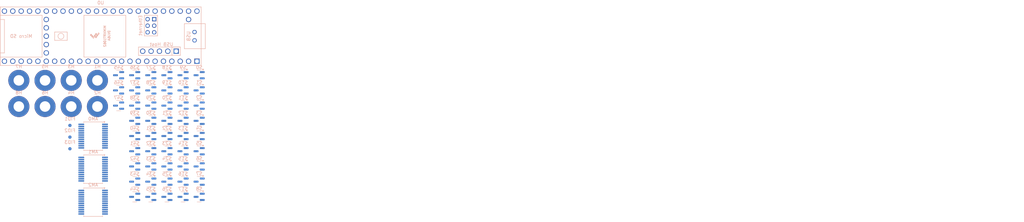
<source format=kicad_pcb>
(kicad_pcb (version 20240108) (generator "pcbnew") (generator_version "8.0")
  (layers (0 "F.Cu" signal) (31 "B.Cu" signal) (34 "B.Paste" user) (35 "F.Paste" user) (36 "B.SilkS" user "B.Silkscreen") (37 "F.SilkS" user "F.Silkscreen") (38 "B.Mask" user) (39 "F.Mask" user) (44 "Edge.Cuts" user))
  (net 0 "")
  (net 1 "AM0:13")
  (net 2 "CONTROL0")
  (net 3 "AM0:12")
  (net 4 "AM0:4")
  (net 5 "AM0:7")
  (net 6 "GND")
  (net 7 "AM0:9")
  (net 8 "AM0")
  (net 9 "AM0:8")
  (net 10 "AM0:6")
  (net 11 "CONTROL2")
  (net 12 "+3.3V")
  (net 13 "CONTROL1")
  (net 14 "AM0:11")
  (net 15 "AM0:10")
  (net 16 "AM0:15")
  (net 17 "AM0:14")
  (net 18 "AM0:1")
  (net 19 "AM0:2")
  (net 20 "CONTROL3")
  (net 21 "AM0:3")
  (net 22 "AM0:5")
  (net 23 "AM0:0")
  (net 24 "AM1:14")
  (net 25 "AM1:10")
  (net 26 "AM1:6")
  (net 27 "AM1:7")
  (net 28 "AM1:11")
  (net 29 "AM1:12")
  (net 30 "AM1:0")
  (net 31 "AM1:1")
  (net 32 "AM1:5")
  (net 33 "AM1:3")
  (net 34 "AM1:4")
  (net 35 "AM1")
  (net 36 "AM1:9")
  (net 37 "AM1:8")
  (net 38 "AM1:13")
  (net 39 "AM1:2")
  (net 40 "AM1:15")
  (net 41 "AM2:11")
  (net 42 "AM2:12")
  (net 43 "AM2:10")
  (net 44 "AM2:14")
  (net 45 "AM2:6")
  (net 46 "AM2:5")
  (net 47 "AM2:4")
  (net 48 "AM2:1")
  (net 49 "AM2:3")
  (net 50 "AM2:2")
  (net 51 "AM2:15")
  (net 52 "AM2:9")
  (net 53 "AM2:13")
  (net 54 "AM2")
  (net 55 "AM2:7")
  (net 56 "AM2:0")
  (net 57 "AM2:8")
  (footprint "lekker:SW_MX_Lekker" (layer "F.Cu") (at 258.92 58)
    (property "Reference" "REF0")
    (property "Value" "SW_MX_Lekker" (hide yes))
    (pad "" np_thru_hole circle (at -5.08 0) (size 1.75 1.75) (drill 1.75) (layers "*.Cu" "*.Mask"))
    (pad "" np_thru_hole circle (at 5.08 0) (size 1.75 1.75) (drill 1.75) (layers "*.Cu" "*.Mask"))
  )
  (footprint "lekker:SW_MX_Lekker" (layer "F.Cu") (at 304.08 92)
    (property "Reference" "REF0")
    (property "Value" "SW_MX_Lekker" (hide yes))
    (pad "" np_thru_hole circle (at -5.08 0) (size 1.75 1.75) (drill 1.75) (layers "*.Cu" "*.Mask"))
    (pad "" np_thru_hole circle (at 5.08 0) (size 1.75 1.75) (drill 1.75) (layers "*.Cu" "*.Mask"))
  )
  (footprint "lekker:SW_MX_Lekker" (layer "F.Cu") (at 288.5 76)
    (property "Reference" "REF0")
    (property "Value" "SW_MX_Lekker" (hide yes))
    (pad "" np_thru_hole circle (at -5.08 0) (size 1.75 1.75) (drill 1.75) (layers "*.Cu" "*.Mask"))
    (pad "" np_thru_hole circle (at 5.08 0) (size 1.75 1.75) (drill 1.75) (layers "*.Cu" "*.Mask"))
  )
  (footprint "lekker:SW_MX_Lekker" (layer "F.Cu") (at 408.08 57.5)
    (property "Reference" "REF0")
    (property "Value" "SW_MX_Lekker" (hide yes))
    (pad "" np_thru_hole circle (at -5.08 0) (size 1.75 1.75) (drill 1.75) (layers "*.Cu" "*.Mask"))
    (pad "" np_thru_hole circle (at 5.08 0) (size 1.75 1.75) (drill 1.75) (layers "*.Cu" "*.Mask"))
  )
  (footprint "lekker:SW_MX_Lekker" (layer "F.Cu") (at 288.5 58)
    (property "Reference" "REF0")
    (property "Value" "SW_MX_Lekker" (hide yes))
    (pad "" np_thru_hole circle (at -5.08 0) (size 1.75 1.75) (drill 1.75) (layers "*.Cu" "*.Mask"))
    (pad "" np_thru_hole circle (at 5.08 0) (size 1.75 1.75) (drill 1.75) (layers "*.Cu" "*.Mask"))
  )
  (footprint "lekker:SW_MX_Lekker" (layer "F.Cu") (at 199.42 58)
    (property "Reference" "REF0")
    (property "Value" "SW_MX_Lekker" (hide yes))
    (pad "" np_thru_hole circle (at -5.08 0) (size 1.75 1.75) (drill 1.75) (layers "*.Cu" "*.Mask"))
    (pad "" np_thru_hole circle (at 5.08 0) (size 1.75 1.75) (drill 1.75) (layers "*.Cu" "*.Mask"))
  )
  (footprint "lekker:SW_MX_Lekker" (layer "F.Cu") (at 244 76)
    (property "Reference" "REF0")
    (property "Value" "SW_MX_Lekker" (hide yes))
    (pad "" np_thru_hole circle (at -5.08 0) (size 1.75 1.75) (drill 1.75) (layers "*.Cu" "*.Mask"))
    (pad "" np_thru_hole circle (at 5.08 0) (size 1.75 1.75) (drill 1.75) (layers "*.Cu" "*.Mask"))
  )
  (footprint "lekker:SW_MX_Lekker" (layer "F.Cu") (at 363.58 92)
    (property "Reference" "REF0")
    (property "Value" "SW_MX_Lekker" (hide yes))
    (pad "" np_thru_hole circle (at -5.08 0) (size 1.75 1.75) (drill 1.75) (layers "*.Cu" "*.Mask"))
    (pad "" np_thru_hole circle (at 5.08 0) (size 1.75 1.75) (drill 1.75) (layers "*.Cu" "*.Mask"))
  )
  (footprint "lekker:SW_MX_Lekker" (layer "F.Cu") (at 393.16 75.5)
    (property "Reference" "REF0")
    (property "Value" "SW_MX_Lekker" (hide yes))
    (pad "" np_thru_hole circle (at -5.08 0) (size 1.75 1.75) (drill 1.75) (layers "*.Cu" "*.Mask"))
    (pad "" np_thru_hole circle (at 5.08 0) (size 1.75 1.75) (drill 1.75) (layers "*.Cu" "*.Mask"))
  )
  (footprint "lekker:SW_MX_Lekker" (layer "F.Cu") (at 408.08 92)
    (property "Reference" "REF0")
    (property "Value" "SW_MX_Lekker" (hide yes))
    (pad "" np_thru_hole circle (at -5.08 0) (size 1.75 1.75) (drill 1.75) (layers "*.Cu" "*.Mask"))
    (pad "" np_thru_hole circle (at 5.08 0) (size 1.75 1.75) (drill 1.75) (layers "*.Cu" "*.Mask"))
  )
  (footprint "lekker:SW_MX_Lekker" (layer "F.Cu") (at 229 76)
    (property "Reference" "REF0")
    (property "Value" "SW_MX_Lekker" (hide yes))
    (pad "" np_thru_hole circle (at -5.08 0) (size 1.75 1.75) (drill 1.75) (layers "*.Cu" "*.Mask"))
    (pad "" np_thru_hole circle (at 5.08 0) (size 1.75 1.75) (drill 1.75) (layers "*.Cu" "*.Mask"))
  )
  (footprint "lekker:SW_MX_Lekker" (layer "F.Cu") (at 363.58 57.5)
    (property "Reference" "REF0")
    (property "Value" "SW_MX_Lekker" (hide yes))
    (pad "" np_thru_hole circle (at -5.08 0) (size 1.75 1.75) (drill 1.75) (layers "*.Cu" "*.Mask"))
    (pad "" np_thru_hole circle (at 5.08 0) (size 1.75 1.75) (drill 1.75) (layers "*.Cu" "*.Mask"))
  )
  (footprint "lekker:SW_MX_Lekker" (layer "F.Cu") (at 319 75.5)
    (property "Reference" "REF0")
    (property "Value" "SW_MX_Lekker" (hide yes))
    (pad "" np_thru_hole circle (at -5.08 0) (size 1.75 1.75) (drill 1.75) (layers "*.Cu" "*.Mask"))
    (pad "" np_thru_hole circle (at 5.08 0) (size 1.75 1.75) (drill 1.75) (layers "*.Cu" "*.Mask"))
  )
  (footprint "lekker:SW_MX_Lekker" (layer "F.Cu") (at 363.58 75.5)
    (property "Reference" "REF0")
    (property "Value" "SW_MX_Lekker" (hide yes))
    (pad "" np_thru_hole circle (at -5.08 0) (size 1.75 1.75) (drill 1.75) (layers "*.Cu" "*.Mask"))
    (pad "" np_thru_hole circle (at 5.08 0) (size 1.75 1.75) (drill 1.75) (layers "*.Cu" "*.Mask"))
  )
  (footprint "lekker:SW_MX_Lekker" (layer "F.Cu") (at 244 92.5)
    (property "Reference" "REF0")
    (property "Value" "SW_MX_Lekker" (hide yes))
    (pad "" np_thru_hole circle (at -5.08 0) (size 1.75 1.75) (drill 1.75) (layers "*.Cu" "*.Mask"))
    (pad "" np_thru_hole circle (at 5.08 0) (size 1.75 1.75) (drill 1.75) (layers "*.Cu" "*.Mask"))
  )
  (footprint "lekker:SW_MX_Lekker" (layer "F.Cu") (at 244 58)
    (property "Reference" "REF0")
    (property "Value" "SW_MX_Lekker" (hide yes))
    (pad "" np_thru_hole circle (at -5.08 0) (size 1.75 1.75) (drill 1.75) (layers "*.Cu" "*.Mask"))
    (pad "" np_thru_hole circle (at 5.08 0) (size 1.75 1.75) (drill 1.75) (layers "*.Cu" "*.Mask"))
  )
  (footprint "lekker:SW_MX_Lekker" (layer "F.Cu") (at 214.08 58)
    (property "Reference" "REF0")
    (property "Value" "SW_MX_Lekker" (hide yes))
    (pad "" np_thru_hole circle (at -5.08 0) (size 1.75 1.75) (drill 1.75) (layers "*.Cu" "*.Mask"))
    (pad "" np_thru_hole circle (at 5.08 0) (size 1.75 1.75) (drill 1.75) (layers "*.Cu" "*.Mask"))
  )
  (footprint "lekker:SW_MX_Lekker" (layer "F.Cu") (at 378.5 57.5)
    (property "Reference" "REF0")
    (property "Value" "SW_MX_Lekker" (hide yes))
    (pad "" np_thru_hole circle (at -5.08 0) (size 1.75 1.75) (drill 1.75) (layers "*.Cu" "*.Mask"))
    (pad "" np_thru_hole circle (at 5.08 0) (size 1.75 1.75) (drill 1.75) (layers "*.Cu" "*.Mask"))
  )
  (footprint "lekker:SW_MX_Lekker" (layer "F.Cu") (at 333.66 57.5)
    (property "Reference" "REF0")
    (property "Value" "SW_MX_Lekker" (hide yes))
    (pad "" np_thru_hole circle (at -5.08 0) (size 1.75 1.75) (drill 1.75) (layers "*.Cu" "*.Mask"))
    (pad "" np_thru_hole circle (at 5.08 0) (size 1.75 1.75) (drill 1.75) (layers "*.Cu" "*.Mask"))
  )
  (footprint "lekker:SW_MX_Lekker" (layer "F.Cu") (at 319 57.5)
    (property "Reference" "REF0")
    (property "Value" "SW_MX_Lekker" (hide yes))
    (pad "" np_thru_hole circle (at -5.08 0) (size 1.75 1.75) (drill 1.75) (layers "*.Cu" "*.Mask"))
    (pad "" np_thru_hole circle (at 5.08 0) (size 1.75 1.75) (drill 1.75) (layers "*.Cu" "*.Mask"))
  )
  (footprint "lekker:SW_MX_Lekker" (layer "F.Cu") (at 319 92)
    (property "Reference" "REF0")
    (property "Value" "SW_MX_Lekker" (hide yes))
    (pad "" np_thru_hole circle (at -5.08 0) (size 1.75 1.75) (drill 1.75) (layers "*.Cu" "*.Mask"))
    (pad "" np_thru_hole circle (at 5.08 0) (size 1.75 1.75) (drill 1.75) (layers "*.Cu" "*.Mask"))
  )
  (footprint "lekker:SW_MX_Lekker" (layer "F.Cu") (at 378.5 75.5)
    (property "Reference" "REF0")
    (property "Value" "SW_MX_Lekker" (hide yes))
    (pad "" np_thru_hole circle (at -5.08 0) (size 1.75 1.75) (drill 1.75) (layers "*.Cu" "*.Mask"))
    (pad "" np_thru_hole circle (at 5.08 0) (size 1.75 1.75) (drill 1.75) (layers "*.Cu" "*.Mask"))
  )
  (footprint "lekker:SW_MX_Lekker" (layer "F.Cu") (at 273.58 76)
    (property "Reference" "REF0")
    (property "Value" "SW_MX_Lekker" (hide yes))
    (pad "" np_thru_hole circle (at -5.08 0) (size 1.75 1.75) (drill 1.75) (layers "*.Cu" "*.Mask"))
    (pad "" np_thru_hole circle (at 5.08 0) (size 1.75 1.75) (drill 1.75) (layers "*.Cu" "*.Mask"))
  )
  (footprint "lekker:SW_MX_Lekker" (layer "F.Cu") (at 258.92 92.5)
    (property "Reference" "REF0")
    (property "Value" "SW_MX_Lekker" (hide yes))
    (pad "" np_thru_hole circle (at -5.08 0) (size 1.75 1.75) (drill 1.75) (layers "*.Cu" "*.Mask"))
    (pad "" np_thru_hole circle (at 5.08 0) (size 1.75 1.75) (drill 1.75) (layers "*.Cu" "*.Mask"))
  )
  (footprint "lekker:SW_MX_Lekker" (layer "F.Cu") (at 184.5 58)
    (property "Reference" "REF0")
    (property "Value" "SW_MX_Lekker" (hide yes))
    (pad "" np_thru_hole circle (at -5.08 0) (size 1.75 1.75) (drill 1.75) (layers "*.Cu" "*.Mask"))
    (pad "" np_thru_hole circle (at 5.08 0) (size 1.75 1.75) (drill 1.75) (layers "*.Cu" "*.Mask"))
  )
  (footprint "lekker:SW_MX_Lekker" (layer "F.Cu") (at 229 92.5)
    (property "Reference" "REF0")
    (property "Value" "SW_MX_Lekker" (hide yes))
    (pad "" np_thru_hole circle (at -5.08 0) (size 1.75 1.75) (drill 1.75) (layers "*.Cu" "*.Mask"))
    (pad "" np_thru_hole circle (at 5.08 0) (size 1.75 1.75) (drill 1.75) (layers "*.Cu" "*.Mask"))
  )
  (footprint "lekker:SW_MX_Lekker" (layer "F.Cu") (at 273.58 58)
    (property "Reference" "REF0")
    (property "Value" "SW_MX_Lekker" (hide yes))
    (pad "" np_thru_hole circle (at -5.08 0) (size 1.75 1.75) (drill 1.75) (layers "*.Cu" "*.Mask"))
    (pad "" np_thru_hole circle (at 5.08 0) (size 1.75 1.75) (drill 1.75) (layers "*.Cu" "*.Mask"))
  )
  (footprint "lekker:SW_MX_Lekker" (layer "F.Cu") (at 258.92 76)
    (property "Reference" "REF0")
    (property "Value" "SW_MX_Lekker" (hide yes))
    (pad "" np_thru_hole circle (at -5.08 0) (size 1.75 1.75) (drill 1.75) (layers "*.Cu" "*.Mask"))
    (pad "" np_thru_hole circle (at 5.08 0) (size 1.75 1.75) (drill 1.75) (layers "*.Cu" "*.Mask"))
  )
  (footprint "lekker:SW_MX_Lekker" (layer "F.Cu") (at 199.42 76)
    (property "Reference" "REF0")
    (property "Value" "SW_MX_Lekker" (hide yes))
    (pad "" np_thru_hole circle (at -5.08 0) (size 1.75 1.75) (drill 1.75) (layers "*.Cu" "*.Mask"))
    (pad "" np_thru_hole circle (at 5.08 0) (size 1.75 1.75) (drill 1.75) (layers "*.Cu" "*.Mask"))
  )
  (footprint "lekker:SW_MX_Lekker" (layer "F.Cu") (at 199.42 92.5)
    (property "Reference" "REF0")
    (property "Value" "SW_MX_Lekker" (hide yes))
    (pad "" np_thru_hole circle (at -5.08 0) (size 1.75 1.75) (drill 1.75) (layers "*.Cu" "*.Mask"))
    (pad "" np_thru_hole circle (at 5.08 0) (size 1.75 1.75) (drill 1.75) (layers "*.Cu" "*.Mask"))
  )
  (footprint "lekker:SW_MX_Lekker" (layer "F.Cu") (at 184.5 92.5)
    (property "Reference" "REF0")
    (property "Value" "SW_MX_Lekker" (hide yes))
    (pad "" np_thru_hole circle (at -5.08 0) (size 1.75 1.75) (drill 1.75) (layers "*.Cu" "*.Mask"))
    (pad "" np_thru_hole circle (at 5.08 0) (size 1.75 1.75) (drill 1.75) (layers "*.Cu" "*.Mask"))
  )
  (footprint "lekker:SW_MX_Lekker" (layer "F.Cu") (at 408.08 75.5)
    (property "Reference" "REF0")
    (property "Value" "SW_MX_Lekker" (hide yes))
    (pad "" np_thru_hole circle (at -5.08 0) (size 1.75 1.75) (drill 1.75) (layers "*.Cu" "*.Mask"))
    (pad "" np_thru_hole circle (at 5.08 0) (size 1.75 1.75) (drill 1.75) (layers "*.Cu" "*.Mask"))
  )
  (footprint "lekker:SW_MX_Lekker" (layer "F.Cu") (at 333.66 75.5)
    (property "Reference" "REF0")
    (property "Value" "SW_MX_Lekker" (hide yes))
    (pad "" np_thru_hole circle (at -5.08 0) (size 1.75 1.75) (drill 1.75) (layers "*.Cu" "*.Mask"))
    (pad "" np_thru_hole circle (at 5.08 0) (size 1.75 1.75) (drill 1.75) (layers "*.Cu" "*.Mask"))
  )
  (footprint "lekker:SW_MX_Lekker" (layer "F.Cu") (at 333.66 92)
    (property "Reference" "REF0")
    (property "Value" "SW_MX_Lekker" (hide yes))
    (pad "" np_thru_hole circle (at -5.08 0) (size 1.75 1.75) (drill 1.75) (layers "*.Cu" "*.Mask"))
    (pad "" np_thru_hole circle (at 5.08 0) (size 1.75 1.75) (drill 1.75) (layers "*.Cu" "*.Mask"))
  )
  (footprint "lekker:SW_MX_Lekker" (layer "F.Cu") (at 378.5 92)
    (property "Reference" "REF0")
    (property "Value" "SW_MX_Lekker" (hide yes))
    (pad "" np_thru_hole circle (at -5.08 0) (size 1.75 1.75) (drill 1.75) (layers "*.Cu" "*.Mask"))
    (pad "" np_thru_hole circle (at 5.08 0) (size 1.75 1.75) (drill 1.75) (layers "*.Cu" "*.Mask"))
  )
  (footprint "lekker:SW_MX_Lekker" (layer "F.Cu") (at 304.08 75.5)
    (property "Reference" "REF0")
    (property "Value" "SW_MX_Lekker" (hide yes))
    (pad "" np_thru_hole circle (at -5.08 0) (size 1.75 1.75) (drill 1.75) (layers "*.Cu" "*.Mask"))
    (pad "" np_thru_hole circle (at 5.08 0) (size 1.75 1.75) (drill 1.75) (layers "*.Cu" "*.Mask"))
  )
  (footprint "lekker:SW_MX_Lekker" (layer "F.Cu") (at 304.08 57.5)
    (property "Reference" "REF0")
    (property "Value" "SW_MX_Lekker" (hide yes))
    (pad "" np_thru_hole circle (at -5.08 0) (size 1.75 1.75) (drill 1.75) (layers "*.Cu" "*.Mask"))
    (pad "" np_thru_hole circle (at 5.08 0) (size 1.75 1.75) (drill 1.75) (layers "*.Cu" "*.Mask"))
  )
  (footprint "lekker:SW_MX_Lekker" (layer "F.Cu") (at 393.16 57.5)
    (property "Reference" "REF0")
    (property "Value" "SW_MX_Lekker" (hide yes))
    (pad "" np_thru_hole circle (at -5.08 0) (size 1.75 1.75) (drill 1.75) (layers "*.Cu" "*.Mask"))
    (pad "" np_thru_hole circle (at 5.08 0) (size 1.75 1.75) (drill 1.75) (layers "*.Cu" "*.Mask"))
  )
  (footprint "lekker:SW_MX_Lekker" (layer "F.Cu") (at 229 58)
    (property "Reference" "REF0")
    (property "Value" "SW_MX_Lekker" (hide yes))
    (pad "" np_thru_hole circle (at -5.08 0) (size 1.75 1.75) (drill 1.75) (layers "*.Cu" "*.Mask"))
    (pad "" np_thru_hole circle (at 5.08 0) (size 1.75 1.75) (drill 1.75) (layers "*.Cu" "*.Mask"))
  )
  (footprint "lekker:SW_MX_Lekker" (layer "F.Cu") (at 348.58 92)
    (property "Reference" "REF0")
    (property "Value" "SW_MX_Lekker" (hide yes))
    (pad "" np_thru_hole circle (at -5.08 0) (size 1.75 1.75) (drill 1.75) (layers "*.Cu" "*.Mask"))
    (pad "" np_thru_hole circle (at 5.08 0) (size 1.75 1.75) (drill 1.75) (layers "*.Cu" "*.Mask"))
  )
  (footprint "lekker:SW_MX_Lekker" (layer "F.Cu") (at 348.58 57.5)
    (property "Reference" "REF0")
    (property "Value" "SW_MX_Lekker" (hide yes))
    (pad "" np_thru_hole circle (at -5.08 0) (size 1.75 1.75) (drill 1.75) (layers "*.Cu" "*.Mask"))
    (pad "" np_thru_hole circle (at 5.08 0) (size 1.75 1.75) (drill 1.75) (layers "*.Cu" "*.Mask"))
  )
  (footprint "lekker:SW_MX_Lekker" (layer "F.Cu") (at 393.16 92)
    (property "Reference" "REF0")
    (property "Value" "SW_MX_Lekker" (hide yes))
    (pad "" np_thru_hole circle (at -5.08 0) (size 1.75 1.75) (drill 1.75) (layers "*.Cu" "*.Mask"))
    (pad "" np_thru_hole circle (at 5.08 0) (size 1.75 1.75) (drill 1.75) (layers "*.Cu" "*.Mask"))
  )
  (footprint "lekker:SW_MX_Lekker" (layer "F.Cu") (at 288.5 92.5)
    (property "Reference" "REF0")
    (property "Value" "SW_MX_Lekker" (hide yes))
    (pad "" np_thru_hole circle (at -5.08 0) (size 1.75 1.75) (drill 1.75) (layers "*.Cu" "*.Mask"))
    (pad "" np_thru_hole circle (at 5.08 0) (size 1.75 1.75) (drill 1.75) (layers "*.Cu" "*.Mask"))
  )
  (footprint "lekker:SW_MX_Lekker" (layer "F.Cu") (at 184.5 76)
    (property "Reference" "REF0")
    (property "Value" "SW_MX_Lekker" (hide yes))
    (pad "" np_thru_hole circle (at -5.08 0) (size 1.75 1.75) (drill 1.75) (layers "*.Cu" "*.Mask"))
    (pad "" np_thru_hole circle (at 5.08 0) (size 1.75 1.75) (drill 1.75) (layers "*.Cu" "*.Mask"))
  )
  (footprint "lekker:SW_MX_Lekker" (layer "F.Cu") (at 348.58 75.5)
    (property "Reference" "REF0")
    (property "Value" "SW_MX_Lekker" (hide yes))
    (pad "" np_thru_hole circle (at -5.08 0) (size 1.75 1.75) (drill 1.75) (layers "*.Cu" "*.Mask"))
    (pad "" np_thru_hole circle (at 5.08 0) (size 1.75 1.75) (drill 1.75) (layers "*.Cu" "*.Mask"))
  )
  (footprint "lekker:SW_MX_Lekker" (layer "F.Cu") (at 214.08 92.5)
    (property "Reference" "REF0")
    (property "Value" "SW_MX_Lekker" (hide yes))
    (pad "" np_thru_hole circle (at -5.08 0) (size 1.75 1.75) (drill 1.75) (layers "*.Cu" "*.Mask"))
    (pad "" np_thru_hole circle (at 5.08 0) (size 1.75 1.75) (drill 1.75) (layers "*.Cu" "*.Mask"))
  )
  (footprint "lekker:SW_MX_Lekker" (layer "F.Cu") (at 273.58 92.5)
    (property "Reference" "REF0")
    (property "Value" "SW_MX_Lekker" (hide yes))
    (pad "" np_thru_hole circle (at -5.08 0) (size 1.75 1.75) (drill 1.75) (layers "*.Cu" "*.Mask"))
    (pad "" np_thru_hole circle (at 5.08 0) (size 1.75 1.75) (drill 1.75) (layers "*.Cu" "*.Mask"))
  )
  (footprint "lekker:SW_MX_Lekker" (layer "F.Cu") (at 214.08 76)
    (property "Reference" "REF0")
    (property "Value" "SW_MX_Lekker" (hide yes))
    (pad "" np_thru_hole circle (at -5.08 0) (size 1.75 1.75) (drill 1.75) (layers "*.Cu" "*.Mask"))
    (pad "" np_thru_hole circle (at 5.08 0) (size 1.75 1.75) (drill 1.75) (layers "*.Cu" "*.Mask"))
  )
  (footprint "Package_TO_SOT_SMD:SOT-23" (layer "B.Cu") (at 150.12167 94.85 180)
    (property "Reference" "S34" (at 0 2.4 0) (layer "B.SilkS") (effects (justify mirror)))
    (property "Value" "Hall_Sensor")
    (pad "1" smd roundrect (at -0.9375 0.95 180) (size 1.475 0.6) (layers "B.Cu" "B.Paste" "B.Mask") (net 12 "+3.3V"))
    (pad "2" smd roundrect (at -0.9375 -0.95 180) (size 1.475 0.6) (layers "B.Cu" "B.Paste" "B.Mask") (net 50 "AM2:2"))
    (pad "3" smd roundrect (at 0.9375 0 180) (size 1.475 0.6) (layers "B.Cu" "B.Paste" "B.Mask") (net 6 "GND"))
  )
  (footprint "Package_TO_SOT_SMD:SOT-23" (layer "B.Cu") (at 155.01167 80.975 180)
    (property "Reference" "S22" (at 0 2.4 0) (layer "B.SilkS") (effects (justify mirror)))
    (property "Value" "Hall_Sensor")
    (pad "1" smd roundrect (at -0.9375 0.95 180) (size 1.475 0.6) (layers "B.Cu" "B.Paste" "B.Mask") (net 12 "+3.3V"))
    (pad "2" smd roundrect (at -0.9375 -0.95 180) (size 1.475 0.6) (layers "B.Cu" "B.Paste" "B.Mask") (net 26 "AM1:6"))
    (pad "3" smd roundrect (at 0.9375 0 180) (size 1.475 0.6) (layers "B.Cu" "B.Paste" "B.Mask") (net 6 "GND"))
  )
  (footprint "Package_TO_SOT_SMD:SOT-23" (layer "B.Cu") (at 155.01167 85.6 180)
    (property "Reference" "S23" (at 0 2.4 0) (layer "B.SilkS") (effects (justify mirror)))
    (property "Value" "Hall_Sensor")
    (pad "1" smd roundrect (at -0.9375 0.95 180) (size 1.475 0.6) (layers "B.Cu" "B.Paste" "B.Mask") (net 12 "+3.3V"))
    (pad "2" smd roundrect (at -0.9375 -0.95 180) (size 1.475 0.6) (layers "B.Cu" "B.Paste" "B.Mask") (net 27 "AM1:7"))
    (pad "3" smd roundrect (at 0.9375 0 180) (size 1.475 0.6) (layers "B.Cu" "B.Paste" "B.Mask") (net 6 "GND"))
  )
  (footprint "Package_TO_SOT_SMD:SOT-23" (layer "B.Cu") (at 150.12167 80.975 180)
    (property "Reference" "S31" (at 0 2.4 0) (layer "B.SilkS") (effects (justify mirror)))
    (property "Value" "Hall_Sensor")
    (pad "1" smd roundrect (at -0.9375 0.95 180) (size 1.475 0.6) (layers "B.Cu" "B.Paste" "B.Mask") (net 12 "+3.3V"))
    (pad "2" smd roundrect (at -0.9375 -0.95 180) (size 1.475 0.6) (layers "B.Cu" "B.Paste" "B.Mask") (net 40 "AM1:15"))
    (pad "3" smd roundrect (at 0.9375 0 180) (size 1.475 0.6) (layers "B.Cu" "B.Paste" "B.Mask") (net 6 "GND"))
  )
  (footprint "Package_TO_SOT_SMD:SOT-23" (layer "B.Cu") (at 145.23167 67.1 180)
    (property "Reference" "S37" (at 0 2.4 0) (layer "B.SilkS") (effects (justify mirror)))
    (property "Value" "Hall_Sensor")
    (pad "1" smd roundrect (at -0.9375 0.95 180) (size 1.475 0.6) (layers "B.Cu" "B.Paste" "B.Mask") (net 12 "+3.3V"))
    (pad "2" smd roundrect (at -0.9375 -0.95 180) (size 1.475 0.6) (layers "B.Cu" "B.Paste" "B.Mask") (net 46 "AM2:5"))
    (pad "3" smd roundrect (at 0.9375 0 180) (size 1.475 0.6) (layers "B.Cu" "B.Paste" "B.Mask") (net 6 "GND"))
  )
  (footprint "Package_TO_SOT_SMD:SOT-23" (layer "B.Cu") (at 145.23167 85.6 180)
    (property "Reference" "S41" (at 0 2.4 0) (layer "B.SilkS") (effects (justify mirror)))
    (property "Value" "Hall_Sensor")
    (pad "1" smd roundrect (at -0.9375 0.95 180) (size 1.475 0.6) (layers "B.Cu" "B.Paste" "B.Mask") (net 12 "+3.3V"))
    (pad "2" smd roundrect (at -0.9375 -0.95 180) (size 1.475 0.6) (layers "B.Cu" "B.Paste" "B.Mask") (net 52 "AM2:9"))
    (pad "3" smd roundrect (at 0.9375 0 180) (size 1.475 0.6) (layers "B.Cu" "B.Paste" "B.Mask") (net 6 "GND"))
  )
  (footprint "Package_SO:SSOP-24_5.3x8.2mm_P0.65mm" (layer "B.Cu") (at 132.62167 101.1 180)
    (property "Reference" "AM2" (at 0 5.25 0) (layer "B.SilkS") (effects (justify mirror)))
    (property "Value" "CD74HC4067SM")
    (pad "1" smd rect (at -3.6 3.575 180) (size 1.75 0.45) (layers "B.Cu" "B.Paste" "B.Mask") (net 54 "AM2"))
    (pad "2" smd rect (at -3.6 2.925 180) (size 1.75 0.45) (layers "B.Cu" "B.Paste" "B.Mask") (net 55 "AM2:7"))
    (pad "3" smd rect (at -3.6 2.275 180) (size 1.75 0.45) (layers "B.Cu" "B.Paste" "B.Mask") (net 45 "AM2:6"))
    (pad "4" smd rect (at -3.6 1.625 180) (size 1.75 0.45) (layers "B.Cu" "B.Paste" "B.Mask") (net 46 "AM2:5"))
    (pad "5" smd rect (at -3.6 0.975 180) (size 1.75 0.45) (layers "B.Cu" "B.Paste" "B.Mask") (net 47 "AM2:4"))
    (pad "6" smd rect (at -3.6 0.325 180) (size 1.75 0.45) (layers "B.Cu" "B.Paste" "B.Mask") (net 49 "AM2:3"))
    (pad "7" smd rect (at -3.6 -0.325 180) (size 1.75 0.45) (layers "B.Cu" "B.Paste" "B.Mask") (net 50 "AM2:2"))
    (pad "8" smd rect (at -3.6 -0.975 180) (size 1.75 0.45) (layers "B.Cu" "B.Paste" "B.Mask") (net 48 "AM2:1"))
    (pad "9" smd rect (at -3.6 -1.625 180) (size 1.75 0.45) (layers "B.Cu" "B.Paste" "B.Mask") (net 56 "AM2:0"))
    (pad "10" smd rect (at -3.6 -2.275 180) (size 1.75 0.45) (layers "B.Cu" "B.Paste" "B.Mask") (net 2 "CONTROL0"))
    (pad "11" smd rect (at -3.6 -2.925 180) (size 1.75 0.45) (layers "B.Cu" "B.Paste" "B.Mask") (net 13 "CONTROL1"))
    (pad "12" smd rect (at -3.6 -3.575 180) (size 1.75 0.45) (layers "B.Cu" "B.Paste" "B.Mask") (net 6 "GND"))
    (pad "13" smd rect (at 3.6 -3.575 180) (size 1.75 0.45) (layers "B.Cu" "B.Paste" "B.Mask") (net 20 "CONTROL3"))
    (pad "14" smd rect (at 3.6 -2.925 180) (size 1.75 0.45) (layers "B.Cu" "B.Paste" "B.Mask") (net 11 "CONTROL2"))
    (pad "15" smd rect (at 3.6 -2.275 180) (size 1.75 0.45) (layers "B.Cu" "B.Paste" "B.Mask") (net 6 "GND"))
    (pad "16" smd rect (at 3.6 -1.625 180) (size 1.75 0.45) (layers "B.Cu" "B.Paste" "B.Mask") (net 51 "AM2:15"))
    (pad "17" smd rect (at 3.6 -0.975 180) (size 1.75 0.45) (layers "B.Cu" "B.Paste" "B.Mask") (net 44 "AM2:14"))
    (pad "18" smd rect (at 3.6 -0.325 180) (size 1.75 0.45) (layers "B.Cu" "B.Paste" "B.Mask") (net 53 "AM2:13"))
    (pad "19" smd rect (at 3.6 0.325 180) (size 1.75 0.45) (layers "B.Cu" "B.Paste" "B.Mask") (net 42 "AM2:12"))
    (pad "20" smd rect (at 3.6 0.975 180) (size 1.75 0.45) (layers "B.Cu" "B.Paste" "B.Mask") (net 41 "AM2:11"))
    (pad "21" smd rect (at 3.6 1.625 180) (size 1.75 0.45) (layers "B.Cu" "B.Paste" "B.Mask") (net 43 "AM2:10"))
    (pad "22" smd rect (at 3.6 2.275 180) (size 1.75 0.45) (layers "B.Cu" "B.Paste" "B.Mask") (net 52 "AM2:9"))
    (pad "23" smd rect (at 3.6 2.925 180) (size 1.75 0.45) (layers "B.Cu" "B.Paste" "B.Mask") (net 57 "AM2:8"))
    (pad "24" smd rect (at 3.6 3.575 180) (size 1.75 0.45) (layers "B.Cu" "B.Paste" "B.Mask") (net 12 "+3.3V"))
  )
  (footprint "Package_TO_SOT_SMD:SOT-23" (layer "B.Cu") (at 145.23167 99.475 180)
    (property "Reference" "S44" (at 0 2.4 0) (layer "B.SilkS") (effects (justify mirror)))
    (property "Value" "Hall_Sensor")
    (pad "1" smd roundrect (at -0.9375 0.95 180) (size 1.475 0.6) (layers "B.Cu" "B.Paste" "B.Mask") (net 12 "+3.3V"))
    (pad "2" smd roundrect (at -0.9375 -0.95 180) (size 1.475 0.6) (layers "B.Cu" "B.Paste" "B.Mask") (net 42 "AM2:12"))
    (pad "3" smd roundrect (at 0.9375 0 180) (size 1.475 0.6) (layers "B.Cu" "B.Paste" "B.Mask") (net 6 "GND"))
  )
  (footprint "Package_TO_SOT_SMD:SOT-23" (layer "B.Cu") (at 150.12167 76.35 180)
    (property "Reference" "S30" (at 0 2.4 0) (layer "B.SilkS") (effects (justify mirror)))
    (property "Value" "Hall_Sensor")
    (pad "1" smd roundrect (at -0.9375 0.95 180) (size 1.475 0.6) (layers "B.Cu" "B.Paste" "B.Mask") (net 12 "+3.3V"))
    (pad "2" smd roundrect (at -0.9375 -0.95 180) (size 1.475 0.6) (layers "B.Cu" "B.Paste" "B.Mask") (net 24 "AM1:14"))
    (pad "3" smd roundrect (at 0.9375 0 180) (size 1.475 0.6) (layers "B.Cu" "B.Paste" "B.Mask") (net 6 "GND"))
  )
  (footprint "Package_SO:SSOP-24_5.3x8.2mm_P0.65mm" (layer "B.Cu") (at 132.62167 81 180)
    (property "Reference" "AM0" (at 0 5.25 0) (layer "B.SilkS") (effects (justify mirror)))
    (property "Value" "CD74HC4067SM")
    (pad "1" smd rect (at -3.6 3.575 180) (size 1.75 0.45) (layers "B.Cu" "B.Paste" "B.Mask") (net 8 "AM0"))
    (pad "2" smd rect (at -3.6 2.925 180) (size 1.75 0.45) (layers "B.Cu" "B.Paste" "B.Mask") (net 5 "AM0:7"))
    (pad "3" smd rect (at -3.6 2.275 180) (size 1.75 0.45) (layers "B.Cu" "B.Paste" "B.Mask") (net 10 "AM0:6"))
    (pad "4" smd rect (at -3.6 1.625 180) (size 1.75 0.45) (layers "B.Cu" "B.Paste" "B.Mask") (net 22 "AM0:5"))
    (pad "5" smd rect (at -3.6 0.975 180) (size 1.75 0.45) (layers "B.Cu" "B.Paste" "B.Mask") (net 4 "AM0:4"))
    (pad "6" smd rect (at -3.6 0.325 180) (size 1.75 0.45) (layers "B.Cu" "B.Paste" "B.Mask") (net 21 "AM0:3"))
    (pad "7" smd rect (at -3.6 -0.325 180) (size 1.75 0.45) (layers "B.Cu" "B.Paste" "B.Mask") (net 19 "AM0:2"))
    (pad "8" smd rect (at -3.6 -0.975 180) (size 1.75 0.45) (layers "B.Cu" "B.Paste" "B.Mask") (net 18 "AM0:1"))
    (pad "9" smd rect (at -3.6 -1.625 180) (size 1.75 0.45) (layers "B.Cu" "B.Paste" "B.Mask") (net 23 "AM0:0"))
    (pad "10" smd rect (at -3.6 -2.275 180) (size 1.75 0.45) (layers "B.Cu" "B.Paste" "B.Mask") (net 2 "CONTROL0"))
    (pad "11" smd rect (at -3.6 -2.925 180) (size 1.75 0.45) (layers "B.Cu" "B.Paste" "B.Mask") (net 13 "CONTROL1"))
    (pad "12" smd rect (at -3.6 -3.575 180) (size 1.75 0.45) (layers "B.Cu" "B.Paste" "B.Mask") (net 6 "GND"))
    (pad "13" smd rect (at 3.6 -3.575 180) (size 1.75 0.45) (layers "B.Cu" "B.Paste" "B.Mask") (net 20 "CONTROL3"))
    (pad "14" smd rect (at 3.6 -2.925 180) (size 1.75 0.45) (layers "B.Cu" "B.Paste" "B.Mask") (net 11 "CONTROL2"))
    (pad "15" smd rect (at 3.6 -2.275 180) (size 1.75 0.45) (layers "B.Cu" "B.Paste" "B.Mask") (net 6 "GND"))
    (pad "16" smd rect (at 3.6 -1.625 180) (size 1.75 0.45) (layers "B.Cu" "B.Paste" "B.Mask") (net 16 "AM0:15"))
    (pad "17" smd rect (at 3.6 -0.975 180) (size 1.75 0.45) (layers "B.Cu" "B.Paste" "B.Mask") (net 17 "AM0:14"))
    (pad "18" smd rect (at 3.6 -0.325 180) (size 1.75 0.45) (layers "B.Cu" "B.Paste" "B.Mask") (net 1 "AM0:13"))
    (pad "19" smd rect (at 3.6 0.325 180) (size 1.75 0.45) (layers "B.Cu" "B.Paste" "B.Mask") (net 3 "AM0:12"))
    (pad "20" smd rect (at 3.6 0.975 180) (size 1.75 0.45) (layers "B.Cu" "B.Paste" "B.Mask") (net 14 "AM0:11"))
    (pad "21" smd rect (at 3.6 1.625 180) (size 1.75 0.45) (layers "B.Cu" "B.Paste" "B.Mask") (net 15 "AM0:10"))
    (pad "22" smd rect (at 3.6 2.275 180) (size 1.75 0.45) (layers "B.Cu" "B.Paste" "B.Mask") (net 7 "AM0:9"))
    (pad "23" smd rect (at 3.6 2.925 180) (size 1.75 0.45) (layers "B.Cu" "B.Paste" "B.Mask") (net 9 "AM0:8"))
    (pad "24" smd rect (at 3.6 3.575 180) (size 1.75 0.45) (layers "B.Cu" "B.Paste" "B.Mask") (net 12 "+3.3V"))
  )
  (footprint "Package_TO_SOT_SMD:SOT-23" (layer "B.Cu") (at 150.12167 67.1 180)
    (property "Reference" "S28" (at 0 2.4 0) (layer "B.SilkS") (effects (justify mirror)))
    (property "Value" "Hall_Sensor")
    (pad "1" smd roundrect (at -0.9375 0.95 180) (size 1.475 0.6) (layers "B.Cu" "B.Paste" "B.Mask") (net 12 "+3.3V"))
    (pad "2" smd roundrect (at -0.9375 -0.95 180) (size 1.475 0.6) (layers "B.Cu" "B.Paste" "B.Mask") (net 29 "AM1:12"))
    (pad "3" smd roundrect (at 0.9375 0 180) (size 1.475 0.6) (layers "B.Cu" "B.Paste" "B.Mask") (net 6 "GND"))
  )
  (footprint "teensy:Teensy41" (layer "B.Cu") (at 134.91167 50.61 180)
    (property "Reference" "U0" (at 0 10.16 0) (layer "B.SilkS") (effects (justify mirror)))
    (property "Value" "Teensy4.1")
    (fp_text user "Ethernet" (at -12.065 3.2766 90) (layer "B.SilkS") (effects (justify mirror)))
    (fp_text user "DVJ6A" (at -2.54 0.18 90) (layer "B.SilkS") (effects (font (size 0.7 0.7)) (justify mirror)))
    (fp_text user "USB" (at -26.67 0 90) (layer "B.SilkS") (effects (justify mirror)))
    (fp_text user "USB Host" (at -18.4658 -2.4892 0) (layer "B.SilkS") (effects (justify mirror)))
    (fp_text user "Micro SD" (at 24.13 0 0) (layer "B.SilkS") (effects (justify mirror)))
    (fp_text user "MIMXRT1062" (at -1.27 0 90) (layer "B.SilkS") (effects (font (size 0.7 0.7)) (justify mirror)))
    (pad "1" thru_hole rect (at -29.21 -7.62 180) (size 1.6 1.6) (drill 1.1) (layers "*.Cu" "*.Mask"))
    (pad "2" thru_hole circle (at -26.67 -7.62 180) (size 1.6 1.6) (drill 1.1) (layers "*.Cu" "*.Mask"))
    (pad "3" thru_hole circle (at -24.13 -7.62 180) (size 1.6 1.6) (drill 1.1) (layers "*.Cu" "*.Mask"))
    (pad "4" thru_hole circle (at -21.59 -7.62 180) (size 1.6 1.6) (drill 1.1) (layers "*.Cu" "*.Mask") (net 2 "CONTROL0"))
    (pad "5" thru_hole circle (at -19.05 -7.62 180) (size 1.6 1.6) (drill 1.1) (layers "*.Cu" "*.Mask") (net 13 "CONTROL1"))
    (pad "6" thru_hole circle (at -16.51 -7.62 180) (size 1.6 1.6) (drill 1.1) (layers "*.Cu" "*.Mask") (net 11 "CONTROL2"))
    (pad "7" thru_hole circle (at -13.97 -7.62 180) (size 1.6 1.6) (drill 1.1) (layers "*.Cu" "*.Mask") (net 20 "CONTROL3"))
    (pad "8" thru_hole circle (at -11.43 -7.62 180) (size 1.6 1.6) (drill 1.1) (layers "*.Cu" "*.Mask"))
    (pad "9" thru_hole circle (at -8.89 -7.62 180) (size 1.6 1.6) (drill 1.1) (layers "*.Cu" "*.Mask"))
    (pad "10" thru_hole circle (at -6.35 -7.62 180) (size 1.6 1.6) (drill 1.1) (layers "*.Cu" "*.Mask"))
    (pad "11" thru_hole circle (at -3.81 -7.62 180) (size 1.6 1.6) (drill 1.1) (layers "*.Cu" "*.Mask"))
    (pad "12" thru_hole circle (at -1.27 -7.62 180) (size 1.6 1.6) (drill 1.1) (layers "*.Cu" "*.Mask"))
    (pad "13" thru_hole circle (at 1.27 -7.62 180) (size 1.6 1.6) (drill 1.1) (layers "*.Cu" "*.Mask"))
    (pad "14" thru_hole circle (at 3.81 -7.62 180) (size 1.6 1.6) (drill 1.1) (layers "*.Cu" "*.Mask"))
    (pad "15" thru_hole circle (at 6.35 -7.62 180) (size 1.6 1.6) (drill 1.1) (layers "*.Cu" "*.Mask"))
    (pad "16" thru_hole circle (at 8.89 -7.62 180) (size 1.6 1.6) (drill 1.1) (layers "*.Cu" "*.Mask"))
    (pad "17" thru_hole circle (at 11.43 -7.62 180) (size 1.6 1.6) (drill 1.1) (layers "*.Cu" "*.Mask"))
    (pad "18" thru_hole circle (at 13.97 -7.62 180) (size 1.6 1.6) (drill 1.1) (layers "*.Cu" "*.Mask"))
    (pad "19" thru_hole circle (at 16.51 -7.62 180) (size 1.6 1.6) (drill 1.1) (layers "*.Cu" "*.Mask"))
    (pad "20" thru_hole circle (at 19.05 -7.62 180) (size 1.6 1.6) (drill 1.1) (layers "*.Cu" "*.Mask"))
    (pad "21" thru_hole circle (at 21.59 -7.62 180) (size 1.6 1.6) (drill 1.1) (layers "*.Cu" "*.Mask"))
    (pad "22" thru_hole circle (at 24.13 -7.62 180) (size 1.6 1.6) (drill 1.1) (layers "*.Cu" "*.Mask"))
    (pad "23" thru_hole circle (at 26.67 -7.62 180) (size 1.6 1.6) (drill 1.1) (layers "*.Cu" "*.Mask"))
    (pad "24" thru_hole circle (at 29.21 -7.62 180) (size 1.6 1.6) (drill 1.1) (layers "*.Cu" "*.Mask"))
    (pad "25" thru_hole circle (at 29.21 7.62 180) (size 1.6 1.6) (drill 1.1) (layers "*.Cu" "*.Mask"))
    (pad "26" thru_hole circle (at 26.67 7.62 180) (size 1.6 1.6) (drill 1.1) (layers "*.Cu" "*.Mask"))
    (pad "27" thru_hole circle (at 24.13 7.62 180) (size 1.6 1.6) (drill 1.1) (layers "*.Cu" "*.Mask"))
    (pad "28" thru_hole circle (at 21.59 7.62 180) (size 1.6 1.6) (drill 1.1) (layers "*.Cu" "*.Mask"))
    (pad "29" thru_hole circle (at 19.05 7.62 180) (size 1.6 1.6) (drill 1.1) (layers "*.Cu" "*.Mask"))
    (pad "30" thru_hole circle (at 16.51 7.62 180) (size 1.6 1.6) (drill 1.1) (layers "*.Cu" "*.Mask"))
    (pad "31" thru_hole circle (at 13.97 7.62 180) (size 1.6 1.6) (drill 1.1) (layers "*.Cu" "*.Mask"))
    (pad "32" thru_hole circle (at 11.43 7.62 180) (size 1.6 1.6) (drill 1.1) (layers "*.Cu" "*.Mask"))
    (pad "33" thru_hole circle (at 8.89 7.62 180) (size 1.6 1.6) (drill 1.1) (layers "*.Cu" "*.Mask"))
    (pad "34" thru_hole circle (at 6.35 7.62 180) (size 1.6 1.6) (drill 1.1) (layers "*.Cu" "*.Mask"))
    (pad "35" thru_hole circle (at 3.81 7.62 180) (size 1.6 1.6) (drill 1.1) (layers "*.Cu" "*.Mask"))
    (pad "36" thru_hole circle (at 1.27 7.62 180) (size 1.6 1.6) (drill 1.1) (layers "*.Cu" "*.Mask") (net 54 "AM2"))
    (pad "37" thru_hole circle (at -1.27 7.62 180) (size 1.6 1.6) (drill 1.1) (layers "*.Cu" "*.Mask") (net 35 "AM1"))
    (pad "38" thru_hole circle (at -3.81 7.62 180) (size 1.6 1.6) (drill 1.1) (layers "*.Cu" "*.Mask") (net 8 "AM0"))
    (pad "39" thru_hole circle (at -6.35 7.62 180) (size 1.6 1.6) (drill 1.1) (layers "*.Cu" "*.Mask"))
    (pad "40" thru_hole circle (at -8.89 7.62 180) (size 1.6 1.6) (drill 1.1) (layers "*.Cu" "*.Mask"))
    (pad "41" thru_hole circle (at -11.43 7.62 180) (size 1.6 1.6) (drill 1.1) (layers "*.Cu" "*.Mask"))
    (pad "42" thru_hole circle (at -13.97 7.62 180) (size 1.6 1.6) (drill 1.1) (layers "*.Cu" "*.Mask"))
    (pad "43" thru_hole circle (at -16.51 7.62 180) (size 1.6 1.6) (drill 1.1) (layers "*.Cu" "*.Mask"))
    (pad "44" thru_hole circle (at -19.05 7.62 180) (size 1.6 1.6) (drill 1.1) (layers "*.Cu" "*.Mask"))
    (pad "45" thru_hole circle (at -21.59 7.62 180) (size 1.6 1.6) (drill 1.1) (layers "*.Cu" "*.Mask"))
    (pad "46" thru_hole circle (at -24.13 7.62 180) (size 1.6 1.6) (drill 1.1) (layers "*.Cu" "*.Mask"))
    (pad "47" thru_hole circle (at -26.67 7.62 180) (size 1.6 1.6) (drill 1.1) (layers "*.Cu" "*.Mask"))
    (pad "48" thru_hole circle (at -29.21 7.62 180) (size 1.6 1.6) (drill 1.1) (layers "*.Cu" "*.Mask"))
    (pad "49" thru_hole circle (at -26.67 5.08 180) (size 1.6 1.6) (drill 1.1) (layers "*.Cu" "*.Mask"))
    (pad "50" thru_hole circle (at 16.51 -5.08 180) (size 1.6 1.6) (drill 1.1) (layers "*.Cu" "*.Mask"))
    (pad "51" thru_hole circle (at 16.51 -2.54 180) (size 1.6 1.6) (drill 1.1) (layers "*.Cu" "*.Mask") (net 12 "+3.3V"))
    (pad "52" thru_hole circle (at 16.51 0 180) (size 1.6 1.6) (drill 1.1) (layers "*.Cu" "*.Mask") (net 6 "GND"))
    (pad "53" thru_hole circle (at 16.51 2.54 180) (size 1.6 1.6) (drill 1.1) (layers "*.Cu" "*.Mask"))
    (pad "54" thru_hole circle (at 16.51 5.08 180) (size 1.6 1.6) (drill 1.1) (layers "*.Cu" "*.Mask"))
    (pad "55" thru_hole rect (at -22.9108 -4.5692 180) (size 1.6 1.6) (drill 1.1) (layers "*.Cu" "*.Mask"))
    (pad "56" thru_hole circle (at -20.3708 -4.5692 180) (size 1.6 1.6) (drill 1.1) (layers "*.Cu" "*.Mask"))
    (pad "57" thru_hole circle (at -17.8308 -4.5692 180) (size 1.6 1.6) (drill 1.1) (layers "*.Cu" "*.Mask"))
    (pad "58" thru_hole circle (at -15.2908 -4.5692 180) (size 1.6 1.6) (drill 1.1) (layers "*.Cu" "*.Mask"))
    (pad "59" thru_hole circle (at -12.7508 -4.5692 180) (size 1.6 1.6) (drill 1.1) (layers "*.Cu" "*.Mask"))
    (pad "60" thru_hole rect (at -16.24 5.1816 180) (size 1.3 1.3) (drill 0.8) (layers "*.Cu" "*.Mask"))
    (pad "61" thru_hole circle (at -16.24 3.1816 180) (size 1.3 1.3) (drill 0.8) (layers "*.Cu" "*.Mask"))
    (pad "62" thru_hole circle (at -16.24 1.1816 180) (size 1.3 1.3) (drill 0.8) (layers "*.Cu" "*.Mask"))
    (pad "63" thru_hole circle (at -14.24 1.1816 180) (size 1.3 1.3) (drill 0.8) (layers "*.Cu" "*.Mask"))
    (pad "64" thru_hole circle (at -14.24 3.1816 180) (size 1.3 1.3) (drill 0.8) (layers "*.Cu" "*.Mask"))
    (pad "65" thru_hole circle (at -14.24 5.1816 180) (size 1.3 1.3) (drill 0.8) (layers "*.Cu" "*.Mask"))
    (pad "66" thru_hole circle (at -28.48 1.27 180) (size 1.3 1.3) (drill 0.8) (layers "*.Cu" "*.Mask"))
    (pad "67" thru_hole circle (at -28.48 -1.27 180) (size 1.3 1.3) (drill 0.8) (layers "*.Cu" "*.Mask"))
  )
  (footprint "Package_TO_SOT_SMD:SOT-23" (layer "B.Cu") (at 145.23167 76.35 180)
    (property "Reference" "S39" (at 0 2.4 0) (layer "B.SilkS") (effects (justify mirror)))
    (property "Value" "Hall_Sensor")
    (pad "1" smd roundrect (at -0.9375 0.95 180) (size 1.475 0.6) (layers "B.Cu" "B.Paste" "B.Mask") (net 12 "+3.3V"))
    (pad "2" smd roundrect (at -0.9375 -0.95 180) (size 1.475 0.6) (layers "B.Cu" "B.Paste" "B.Mask") (net 55 "AM2:7"))
    (pad "3" smd roundrect (at 0.9375 0 180) (size 1.475 0.6) (layers "B.Cu" "B.Paste" "B.Mask") (net 6 "GND"))
  )
  (footprint "Package_TO_SOT_SMD:SOT-23" (layer "B.Cu") (at 150.12167 85.6 180)
    (property "Reference" "S32" (at 0 2.4 0) (layer "B.SilkS") (effects (justify mirror)))
    (property "Value" "Hall_Sensor")
    (pad "1" smd roundrect (at -0.9375 0.95 180) (size 1.475 0.6) (layers "B.Cu" "B.Paste" "B.Mask") (net 12 "+3.3V"))
    (pad "2" smd roundrect (at -0.9375 -0.95 180) (size 1.475 0.6) (layers "B.Cu" "B.Paste" "B.Mask") (net 56 "AM2:0"))
    (pad "3" smd roundrect (at 0.9375 0 180) (size 1.475 0.6) (layers "B.Cu" "B.Paste" "B.Mask") (net 6 "GND"))
  )
  (footprint "Package_TO_SOT_SMD:SOT-23" (layer "B.Cu") (at 159.90167 85.6 180)
    (property "Reference" "S14" (at 0 2.4 0) (layer "B.SilkS") (effects (justify mirror)))
    (property "Value" "Hall_Sensor")
    (pad "1" smd roundrect (at -0.9375 0.95 180) (size 1.475 0.6) (layers "B.Cu" "B.Paste" "B.Mask") (net 12 "+3.3V"))
    (pad "2" smd roundrect (at -0.9375 -0.95 180) (size 1.475 0.6) (layers "B.Cu" "B.Paste" "B.Mask") (net 17 "AM0:14"))
    (pad "3" smd roundrect (at 0.9375 0 180) (size 1.475 0.6) (layers "B.Cu" "B.Paste" "B.Mask") (net 6 "GND"))
  )
  (footprint "Package_TO_SOT_SMD:SOT-23" (layer "B.Cu") (at 150.12167 99.475 180)
    (property "Reference" "S35" (at 0 2.4 0) (layer "B.SilkS") (effects (justify mirror)))
    (property "Value" "Hall_Sensor")
    (pad "1" smd roundrect (at -0.9375 0.95 180) (size 1.475 0.6) (layers "B.Cu" "B.Paste" "B.Mask") (net 12 "+3.3V"))
    (pad "2" smd roundrect (at -0.9375 -0.95 180) (size 1.475 0.6) (layers "B.Cu" "B.Paste" "B.Mask") (net 49 "AM2:3"))
    (pad "3" smd roundrect (at 0.9375 0 180) (size 1.475 0.6) (layers "B.Cu" "B.Paste" "B.Mask") (net 6 "GND"))
  )
  (footprint "Package_TO_SOT_SMD:SOT-23" (layer "B.Cu") (at 159.90167 71.725 180)
    (property "Reference" "S11" (at 0 2.4 0) (layer "B.SilkS") (effects (justify mirror)))
    (property "Value" "Hall_Sensor")
    (pad "1" smd roundrect (at -0.9375 0.95 180) (size 1.475 0.6) (layers "B.Cu" "B.Paste" "B.Mask") (net 12 "+3.3V"))
    (pad "2" smd roundrect (at -0.9375 -0.95 180) (size 1.475 0.6) (layers "B.Cu" "B.Paste" "B.Mask") (net 14 "AM0:11"))
    (pad "3" smd roundrect (at 0.9375 0 180) (size 1.475 0.6) (layers "B.Cu" "B.Paste" "B.Mask") (net 6 "GND"))
  )
  (footprint "Package_TO_SOT_SMD:SOT-23" (layer "B.Cu") (at 164.79167 85.6 180)
    (property "Reference" "S5" (at 0 2.4 0) (layer "B.SilkS") (effects (justify mirror)))
    (property "Value" "Hall_Sensor")
    (pad "1" smd roundrect (at -0.9375 0.95 180) (size 1.475 0.6) (layers "B.Cu" "B.Paste" "B.Mask") (net 12 "+3.3V"))
    (pad "2" smd roundrect (at -0.9375 -0.95 180) (size 1.475 0.6) (layers "B.Cu" "B.Paste" "B.Mask") (net 22 "AM0:5"))
    (pad "3" smd roundrect (at 0.9375 0 180) (size 1.475 0.6) (layers "B.Cu" "B.Paste" "B.Mask") (net 6 "GND"))
  )
  (footprint "Package_TO_SOT_SMD:SOT-23" (layer "B.Cu") (at 159.90167 67.1 180)
    (property "Reference" "S10" (at 0 2.4 0) (layer "B.SilkS") (effects (justify mirror)))
    (property "Value" "Hall_Sensor")
    (pad "1" smd roundrect (at -0.9375 0.95 180) (size 1.475 0.6) (layers "B.Cu" "B.Paste" "B.Mask") (net 12 "+3.3V"))
    (pad "2" smd roundrect (at -0.9375 -0.95 180) (size 1.475 0.6) (layers "B.Cu" "B.Paste" "B.Mask") (net 15 "AM0:10"))
    (pad "3" smd roundrect (at 0.9375 0 180) (size 1.475 0.6) (layers "B.Cu" "B.Paste" "B.Mask") (net 6 "GND"))
  )
  (footprint "Fiducial:Fiducial_1mm_Mask2mm" (layer "B.Cu") (at 125.57167 81.3 180)
    (property "Reference" "FID2" (at 0 2 0) (layer "B.SilkS") (effects (justify mirror)))
    (property "Value" "Fiducial")
    (pad "" smd circle (at 0 0 180) (size 1 1) (layers "B.Cu" "B.Mask") (clearance 0.5))
  )
  (footprint "Package_TO_SOT_SMD:SOT-23" (layer "B.Cu") (at 145.23167 62.475 180)
    (property "Reference" "S36" (at 0 2.4 0) (layer "B.SilkS") (effects (justify mirror)))
    (property "Value" "Hall_Sensor")
    (pad "1" smd roundrect (at -0.9375 0.95 180) (size 1.475 0.6) (layers "B.Cu" "B.Paste" "B.Mask") (net 12 "+3.3V"))
    (pad "2" smd roundrect (at -0.9375 -0.95 180) (size 1.475 0.6) (layers "B.Cu" "B.Paste" "B.Mask") (net 47 "AM2:4"))
    (pad "3" smd roundrect (at 0.9375 0 180) (size 1.475 0.6) (layers "B.Cu" "B.Paste" "B.Mask") (net 6 "GND"))
  )
  (footprint "MountingHole:MountingHole_3.2mm_M3_Pad" (layer "B.Cu") (at 133.92167 64.05 180)
    (property "Reference" "H1" (at 0 4.2 0) (layer "B.SilkS") (effects (justify mirror)))
    (property "Value" "MountingHole")
    (pad "1" thru_hole circle (at 0 0 180) (size 6.4 6.4) (drill 3.2) (layers "*.Cu" "*.Mask"))
  )
  (footprint "Package_TO_SOT_SMD:SOT-23" (layer "B.Cu") (at 164.79167 76.35 180)
    (property "Reference" "S3" (at 0 2.4 0) (layer "B.SilkS") (effects (justify mirror)))
    (property "Value" "Hall_Sensor")
    (pad "1" smd roundrect (at -0.9375 0.95 180) (size 1.475 0.6) (layers "B.Cu" "B.Paste" "B.Mask") (net 12 "+3.3V"))
    (pad "2" smd roundrect (at -0.9375 -0.95 180) (size 1.475 0.6) (layers "B.Cu" "B.Paste" "B.Mask") (net 21 "AM0:3"))
    (pad "3" smd roundrect (at 0.9375 0 180) (size 1.475 0.6) (layers "B.Cu" "B.Paste" "B.Mask") (net 6 "GND"))
  )
  (footprint "Package_TO_SOT_SMD:SOT-23" (layer "B.Cu") (at 155.01167 99.475 180)
    (property "Reference" "S26" (at 0 2.4 0) (layer "B.SilkS") (effects (justify mirror)))
    (property "Value" "Hall_Sensor")
    (pad "1" smd roundrect (at -0.9375 0.95 180) (size 1.475 0.6) (layers "B.Cu" "B.Paste" "B.Mask") (net 12 "+3.3V"))
    (pad "2" smd roundrect (at -0.9375 -0.95 180) (size 1.475 0.6) (layers "B.Cu" "B.Paste" "B.Mask") (net 25 "AM1:10"))
    (pad "3" smd roundrect (at 0.9375 0 180) (size 1.475 0.6) (layers "B.Cu" "B.Paste" "B.Mask") (net 6 "GND"))
  )
  (footprint "Package_TO_SOT_SMD:SOT-23" (layer "B.Cu") (at 155.01167 71.725 180)
    (property "Reference" "S20" (at 0 2.4 0) (layer "B.SilkS") (effects (justify mirror)))
    (property "Value" "Hall_Sensor")
    (pad "1" smd roundrect (at -0.9375 0.95 180) (size 1.475 0.6) (layers "B.Cu" "B.Paste" "B.Mask") (net 12 "+3.3V"))
    (pad "2" smd roundrect (at -0.9375 -0.95 180) (size 1.475 0.6) (layers "B.Cu" "B.Paste" "B.Mask") (net 34 "AM1:4"))
    (pad "3" smd roundrect (at 0.9375 0 180) (size 1.475 0.6) (layers "B.Cu" "B.Paste" "B.Mask") (net 6 "GND"))
  )
  (footprint "Package_TO_SOT_SMD:SOT-23" (layer "B.Cu") (at 164.79167 67.1 180)
    (property "Reference" "S1" (at 0 2.4 0) (layer "B.SilkS") (effects (justify mirror)))
    (property "Value" "Hall_Sensor")
    (pad "1" smd roundrect (at -0.9375 0.95 180) (size 1.475 0.6) (layers "B.Cu" "B.Paste" "B.Mask") (net 12 "+3.3V"))
    (pad "2" smd roundrect (at -0.9375 -0.95 180) (size 1.475 0.6) (layers "B.Cu" "B.Paste" "B.Mask") (net 18 "AM0:1"))
    (pad "3" smd roundrect (at 0.9375 0 180) (size 1.475 0.6) (layers "B.Cu" "B.Paste" "B.Mask") (net 6 "GND"))
  )
  (footprint "Package_TO_SOT_SMD:SOT-23" (layer "B.Cu") (at 155.01167 67.1 180)
    (property "Reference" "S19" (at 0 2.4 0) (layer "B.SilkS") (effects (justify mirror)))
    (property "Value" "Hall_Sensor")
    (pad "1" smd roundrect (at -0.9375 0.95 180) (size 1.475 0.6) (layers "B.Cu" "B.Paste" "B.Mask") (net 12 "+3.3V"))
    (pad "2" smd roundrect (at -0.9375 -0.95 180) (size 1.475 0.6) (layers "B.Cu" "B.Paste" "B.Mask") (net 33 "AM1:3"))
    (pad "3" smd roundrect (at 0.9375 0 180) (size 1.475 0.6) (layers "B.Cu" "B.Paste" "B.Mask") (net 6 "GND"))
  )
  (footprint "Package_TO_SOT_SMD:SOT-23" (layer "B.Cu") (at 140.34167 62.475 180)
    (property "Reference" "S45" (at 0 2.4 0) (layer "B.SilkS") (effects (justify mirror)))
    (property "Value" "Hall_Sensor")
    (pad "1" smd roundrect (at -0.9375 0.95 180) (size 1.475 0.6) (layers "B.Cu" "B.Paste" "B.Mask") (net 12 "+3.3V"))
    (pad "2" smd roundrect (at -0.9375 -0.95 180) (size 1.475 0.6) (layers "B.Cu" "B.Paste" "B.Mask") (net 53 "AM2:13"))
    (pad "3" smd roundrect (at 0.9375 0 180) (size 1.475 0.6) (layers "B.Cu" "B.Paste" "B.Mask") (net 6 "GND"))
  )
  (footprint "Package_TO_SOT_SMD:SOT-23" (layer "B.Cu") (at 159.90167 62.475 180)
    (property "Reference" "S9" (at 0 2.4 0) (layer "B.SilkS") (effects (justify mirror)))
    (property "Value" "Hall_Sensor")
    (pad "1" smd roundrect (at -0.9375 0.95 180) (size 1.475 0.6) (layers "B.Cu" "B.Paste" "B.Mask") (net 12 "+3.3V"))
    (pad "2" smd roundrect (at -0.9375 -0.95 180) (size 1.475 0.6) (layers "B.Cu" "B.Paste" "B.Mask") (net 7 "AM0:9"))
    (pad "3" smd roundrect (at 0.9375 0 180) (size 1.475 0.6) (layers "B.Cu" "B.Paste" "B.Mask") (net 6 "GND"))
  )
  (footprint "Package_TO_SOT_SMD:SOT-23" (layer "B.Cu") (at 150.12167 62.475 180)
    (property "Reference" "S27" (at 0 2.4 0) (layer "B.SilkS") (effects (justify mirror)))
    (property "Value" "Hall_Sensor")
    (pad "1" smd roundrect (at -0.9375 0.95 180) (size 1.475 0.6) (layers "B.Cu" "B.Paste" "B.Mask") (net 12 "+3.3V"))
    (pad "2" smd roundrect (at -0.9375 -0.95 180) (size 1.475 0.6) (layers "B.Cu" "B.Paste" "B.Mask") (net 28 "AM1:11"))
    (pad "3" smd roundrect (at 0.9375 0 180) (size 1.475 0.6) (layers "B.Cu" "B.Paste" "B.Mask") (net 6 "GND"))
  )
  (footprint "Package_TO_SOT_SMD:SOT-23" (layer "B.Cu") (at 145.23167 90.225 180)
    (property "Reference" "S42" (at 0 2.4 0) (layer "B.SilkS") (effects (justify mirror)))
    (property "Value" "Hall_Sensor")
    (pad "1" smd roundrect (at -0.9375 0.95 180) (size 1.475 0.6) (layers "B.Cu" "B.Paste" "B.Mask") (net 12 "+3.3V"))
    (pad "2" smd roundrect (at -0.9375 -0.95 180) (size 1.475 0.6) (layers "B.Cu" "B.Paste" "B.Mask") (net 43 "AM2:10"))
    (pad "3" smd roundrect (at 0.9375 0 180) (size 1.475 0.6) (layers "B.Cu" "B.Paste" "B.Mask") (net 6 "GND"))
  )
  (footprint "Fiducial:Fiducial_1mm_Mask2mm" (layer "B.Cu") (at 125.57167 77.75 180)
    (property "Reference" "FID1" (at 0 2 0) (layer "B.SilkS") (effects (justify mirror)))
    (property "Value" "Fiducial")
    (pad "" smd circle (at 0 0 180) (size 1 1) (layers "B.Cu" "B.Mask") (clearance 0.5))
  )
  (footprint "MountingHole:MountingHole_3.2mm_M3_Pad" (layer "B.Cu") (at 110.07167 64.05 180)
    (property "Reference" "H7" (at 0 4.2 0) (layer "B.SilkS") (effects (justify mirror)))
    (property "Value" "MountingHole")
    (pad "1" thru_hole circle (at 0 0 180) (size 6.4 6.4) (drill 3.2) (layers "*.Cu" "*.Mask"))
  )
  (footprint "Package_TO_SOT_SMD:SOT-23" (layer "B.Cu") (at 164.79167 94.85 180)
    (property "Reference" "S7" (at 0 2.4 0) (layer "B.SilkS") (effects (justify mirror)))
    (property "Value" "Hall_Sensor")
    (pad "1" smd roundrect (at -0.9375 0.95 180) (size 1.475 0.6) (layers "B.Cu" "B.Paste" "B.Mask") (net 12 "+3.3V"))
    (pad "2" smd roundrect (at -0.9375 -0.95 180) (size 1.475 0.6) (layers "B.Cu" "B.Paste" "B.Mask") (net 5 "AM0:7"))
    (pad "3" smd roundrect (at 0.9375 0 180) (size 1.475 0.6) (layers "B.Cu" "B.Paste" "B.Mask") (net 6 "GND"))
  )
  (footprint "Package_TO_SOT_SMD:SOT-23" (layer "B.Cu") (at 164.79167 80.975 180)
    (property "Reference" "S4" (at 0 2.4 0) (layer "B.SilkS") (effects (justify mirror)))
    (property "Value" "Hall_Sensor")
    (pad "1" smd roundrect (at -0.9375 0.95 180) (size 1.475 0.6) (layers "B.Cu" "B.Paste" "B.Mask") (net 12 "+3.3V"))
    (pad "2" smd roundrect (at -0.9375 -0.95 180) (size 1.475 0.6) (layers "B.Cu" "B.Paste" "B.Mask") (net 4 "AM0:4"))
    (pad "3" smd roundrect (at 0.9375 0 180) (size 1.475 0.6) (layers "B.Cu" "B.Paste" "B.Mask") (net 6 "GND"))
  )
  (footprint "Package_TO_SOT_SMD:SOT-23" (layer "B.Cu") (at 140.34167 71.725 180)
    (property "Reference" "S47" (at 0 2.4 0) (layer "B.SilkS") (effects (justify mirror)))
    (property "Value" "Hall_Sensor")
    (pad "1" smd roundrect (at -0.9375 0.95 180) (size 1.475 0.6) (layers "B.Cu" "B.Paste" "B.Mask") (net 12 "+3.3V"))
    (pad "2" smd roundrect (at -0.9375 -0.95 180) (size 1.475 0.6) (layers "B.Cu" "B.Paste" "B.Mask") (net 51 "AM2:15"))
    (pad "3" smd roundrect (at 0.9375 0 180) (size 1.475 0.6) (layers "B.Cu" "B.Paste" "B.Mask") (net 6 "GND"))
  )
  (footprint "Package_TO_SOT_SMD:SOT-23" (layer "B.Cu") (at 150.12167 71.725 180)
    (property "Reference" "S29" (at 0 2.4 0) (layer "B.SilkS") (effects (justify mirror)))
    (property "Value" "Hall_Sensor")
    (pad "1" smd roundrect (at -0.9375 0.95 180) (size 1.475 0.6) (layers "B.Cu" "B.Paste" "B.Mask") (net 12 "+3.3V"))
    (pad "2" smd roundrect (at -0.9375 -0.95 180) (size 1.475 0.6) (layers "B.Cu" "B.Paste" "B.Mask") (net 38 "AM1:13"))
    (pad "3" smd roundrect (at 0.9375 0 180) (size 1.475 0.6) (layers "B.Cu" "B.Paste" "B.Mask") (net 6 "GND"))
  )
  (footprint "MountingHole:MountingHole_3.2mm_M3_Pad" (layer "B.Cu") (at 118.02167 72 180)
    (property "Reference" "H6" (at 0 4.2 0) (layer "B.SilkS") (effects (justify mirror)))
    (property "Value" "MountingHole")
    (pad "1" thru_hole circle (at 0 0 180) (size 6.4 6.4) (drill 3.2) (layers "*.Cu" "*.Mask"))
  )
  (footprint "Package_TO_SOT_SMD:SOT-23" (layer "B.Cu") (at 155.01167 76.35 180)
    (property "Reference" "S21" (at 0 2.4 0) (layer "B.SilkS") (effects (justify mirror)))
    (property "Value" "Hall_Sensor")
    (pad "1" smd roundrect (at -0.9375 0.95 180) (size 1.475 0.6) (layers "B.Cu" "B.Paste" "B.Mask") (net 12 "+3.3V"))
    (pad "2" smd roundrect (at -0.9375 -0.95 180) (size 1.475 0.6) (layers "B.Cu" "B.Paste" "B.Mask") (net 32 "AM1:5"))
    (pad "3" smd roundrect (at 0.9375 0 180) (size 1.475 0.6) (layers "B.Cu" "B.Paste" "B.Mask") (net 6 "GND"))
  )
  (footprint "Package_TO_SOT_SMD:SOT-23" (layer "B.Cu") (at 164.79167 90.225 180)
    (property "Reference" "S6" (at 0 2.4 0) (layer "B.SilkS") (effects (justify mirror)))
    (property "Value" "Hall_Sensor")
    (pad "1" smd roundrect (at -0.9375 0.95 180) (size 1.475 0.6) (layers "B.Cu" "B.Paste" "B.Mask") (net 12 "+3.3V"))
    (pad "2" smd roundrect (at -0.9375 -0.95 180) (size 1.475 0.6) (layers "B.Cu" "B.Paste" "B.Mask") (net 10 "AM0:6"))
    (pad "3" smd roundrect (at 0.9375 0 180) (size 1.475 0.6) (layers "B.Cu" "B.Paste" "B.Mask") (net 6 "GND"))
  )
  (footprint "Package_TO_SOT_SMD:SOT-23" (layer "B.Cu") (at 164.79167 99.475 180)
    (property "Reference" "S8" (at 0 2.4 0) (layer "B.SilkS") (effects (justify mirror)))
    (property "Value" "Hall_Sensor")
    (pad "1" smd roundrect (at -0.9375 0.95 180) (size 1.475 0.6) (layers "B.Cu" "B.Paste" "B.Mask") (net 12 "+3.3V"))
    (pad "2" smd roundrect (at -0.9375 -0.95 180) (size 1.475 0.6) (layers "B.Cu" "B.Paste" "B.Mask") (net 9 "AM0:8"))
    (pad "3" smd roundrect (at 0.9375 0 180) (size 1.475 0.6) (layers "B.Cu" "B.Paste" "B.Mask") (net 6 "GND"))
  )
  (footprint "Package_TO_SOT_SMD:SOT-23" (layer "B.Cu") (at 159.90167 99.475 180)
    (property "Reference" "S17" (at 0 2.4 0) (layer "B.SilkS") (effects (justify mirror)))
    (property "Value" "Hall_Sensor")
    (pad "1" smd roundrect (at -0.9375 0.95 180) (size 1.475 0.6) (layers "B.Cu" "B.Paste" "B.Mask") (net 12 "+3.3V"))
    (pad "2" smd roundrect (at -0.9375 -0.95 180) (size 1.475 0.6) (layers "B.Cu" "B.Paste" "B.Mask") (net 31 "AM1:1"))
    (pad "3" smd roundrect (at 0.9375 0 180) (size 1.475 0.6) (layers "B.Cu" "B.Paste" "B.Mask") (net 6 "GND"))
  )
  (footprint "Package_TO_SOT_SMD:SOT-23" (layer "B.Cu") (at 159.90167 76.35 180)
    (property "Reference" "S12" (at 0 2.4 0) (layer "B.SilkS") (effects (justify mirror)))
    (property "Value" "Hall_Sensor")
    (pad "1" smd roundrect (at -0.9375 0.95 180) (size 1.475 0.6) (layers "B.Cu" "B.Paste" "B.Mask") (net 12 "+3.3V"))
    (pad "2" smd roundrect (at -0.9375 -0.95 180) (size 1.475 0.6) (layers "B.Cu" "B.Paste" "B.Mask") (net 3 "AM0:12"))
    (pad "3" smd roundrect (at 0.9375 0 180) (size 1.475 0.6) (layers "B.Cu" "B.Paste" "B.Mask") (net 6 "GND"))
  )
  (footprint "Package_TO_SOT_SMD:SOT-23" (layer "B.Cu") (at 155.01167 90.225 180)
    (property "Reference" "S24" (at 0 2.4 0) (layer "B.SilkS") (effects (justify mirror)))
    (property "Value" "Hall_Sensor")
    (pad "1" smd roundrect (at -0.9375 0.95 180) (size 1.475 0.6) (layers "B.Cu" "B.Paste" "B.Mask") (net 12 "+3.3V"))
    (pad "2" smd roundrect (at -0.9375 -0.95 180) (size 1.475 0.6) (layers "B.Cu" "B.Paste" "B.Mask") (net 37 "AM1:8"))
    (pad "3" smd roundrect (at 0.9375 0 180) (size 1.475 0.6) (layers "B.Cu" "B.Paste" "B.Mask") (net 6 "GND"))
  )
  (footprint "MountingHole:MountingHole_3.2mm_M3_Pad" (layer "B.Cu") (at 125.97167 72 180)
    (property "Reference" "H4" (at 0 4.2 0) (layer "B.SilkS") (effects (justify mirror)))
    (property "Value" "MountingHole")
    (pad "1" thru_hole circle (at 0 0 180) (size 6.4 6.4) (drill 3.2) (layers "*.Cu" "*.Mask"))
  )
  (footprint "MountingHole:MountingHole_3.2mm_M3_Pad" (layer "B.Cu") (at 110.07167 72 180)
    (property "Reference" "H8" (at 0 4.2 0) (layer "B.SilkS") (effects (justify mirror)))
    (property "Value" "MountingHole")
    (pad "1" thru_hole circle (at 0 0 180) (size 6.4 6.4) (drill 3.2) (layers "*.Cu" "*.Mask"))
  )
  (footprint "Package_TO_SOT_SMD:SOT-23" (layer "B.Cu") (at 145.23167 80.975 180)
    (property "Reference" "S40" (at 0 2.4 0) (layer "B.SilkS") (effects (justify mirror)))
    (property "Value" "Hall_Sensor")
    (pad "1" smd roundrect (at -0.9375 0.95 180) (size 1.475 0.6) (layers "B.Cu" "B.Paste" "B.Mask") (net 12 "+3.3V"))
    (pad "2" smd roundrect (at -0.9375 -0.95 180) (size 1.475 0.6) (layers "B.Cu" "B.Paste" "B.Mask") (net 57 "AM2:8"))
    (pad "3" smd roundrect (at 0.9375 0 180) (size 1.475 0.6) (layers "B.Cu" "B.Paste" "B.Mask") (net 6 "GND"))
  )
  (footprint "Package_SO:SSOP-24_5.3x8.2mm_P0.65mm" (layer "B.Cu") (at 132.62167 91.05 180)
    (property "Reference" "AM1" (at 0 5.25 0) (layer "B.SilkS") (effects (justify mirror)))
    (property "Value" "CD74HC4067SM")
    (pad "1" smd rect (at -3.6 3.575 180) (size 1.75 0.45) (layers "B.Cu" "B.Paste" "B.Mask") (net 35 "AM1"))
    (pad "2" smd rect (at -3.6 2.925 180) (size 1.75 0.45) (layers "B.Cu" "B.Paste" "B.Mask") (net 27 "AM1:7"))
    (pad "3" smd rect (at -3.6 2.275 180) (size 1.75 0.45) (layers "B.Cu" "B.Paste" "B.Mask") (net 26 "AM1:6"))
    (pad "4" smd rect (at -3.6 1.625 180) (size 1.75 0.45) (layers "B.Cu" "B.Paste" "B.Mask") (net 32 "AM1:5"))
    (pad "5" smd rect (at -3.6 0.975 180) (size 1.75 0.45) (layers "B.Cu" "B.Paste" "B.Mask") (net 34 "AM1:4"))
    (pad "6" smd rect (at -3.6 0.325 180) (size 1.75 0.45) (layers "B.Cu" "B.Paste" "B.Mask") (net 33 "AM1:3"))
    (pad "7" smd rect (at -3.6 -0.325 180) (size 1.75 0.45) (layers "B.Cu" "B.Paste" "B.Mask") (net 39 "AM1:2"))
    (pad "8" smd rect (at -3.6 -0.975 180) (size 1.75 0.45) (layers "B.Cu" "B.Paste" "B.Mask") (net 31 "AM1:1"))
    (pad "9" smd rect (at -3.6 -1.625 180) (size 1.75 0.45) (layers "B.Cu" "B.Paste" "B.Mask") (net 30 "AM1:0"))
    (pad "10" smd rect (at -3.6 -2.275 180) (size 1.75 0.45) (layers "B.Cu" "B.Paste" "B.Mask") (net 2 "CONTROL0"))
    (pad "11" smd rect (at -3.6 -2.925 180) (size 1.75 0.45) (layers "B.Cu" "B.Paste" "B.Mask") (net 13 "CONTROL1"))
    (pad "12" smd rect (at -3.6 -3.575 180) (size 1.75 0.45) (layers "B.Cu" "B.Paste" "B.Mask") (net 6 "GND"))
    (pad "13" smd rect (at 3.6 -3.575 180) (size 1.75 0.45) (layers "B.Cu" "B.Paste" "B.Mask") (net 20 "CONTROL3"))
    (pad "14" smd rect (at 3.6 -2.925 180) (size 1.75 0.45) (layers "B.Cu" "B.Paste" "B.Mask") (net 11 "CONTROL2"))
    (pad "15" smd rect (at 3.6 -2.275 180) (size 1.75 0.45) (layers "B.Cu" "B.Paste" "B.Mask") (net 6 "GND"))
    (pad "16" smd rect (at 3.6 -1.625 180) (size 1.75 0.45) (layers "B.Cu" "B.Paste" "B.Mask") (net 40 "AM1:15"))
    (pad "17" smd rect (at 3.6 -0.975 180) (size 1.75 0.45) (layers "B.Cu" "B.Paste" "B.Mask") (net 24 "AM1:14"))
    (pad "18" smd rect (at 3.6 -0.325 180) (size 1.75 0.45) (layers "B.Cu" "B.Paste" "B.Mask") (net 38 "AM1:13"))
    (pad "19" smd rect (at 3.6 0.325 180) (size 1.75 0.45) (layers "B.Cu" "B.Paste" "B.Mask") (net 29 "AM1:12"))
    (pad "20" smd rect (at 3.6 0.975 180) (size 1.75 0.45) (layers "B.Cu" "B.Paste" "B.Mask") (net 28 "AM1:11"))
    (pad "21" smd rect (at 3.6 1.625 180) (size 1.75 0.45) (layers "B.Cu" "B.Paste" "B.Mask") (net 25 "AM1:10"))
    (pad "22" smd rect (at 3.6 2.275 180) (size 1.75 0.45) (layers "B.Cu" "B.Paste" "B.Mask") (net 36 "AM1:9"))
    (pad "23" smd rect (at 3.6 2.925 180) (size 1.75 0.45) (layers "B.Cu" "B.Paste" "B.Mask") (net 37 "AM1:8"))
    (pad "24" smd rect (at 3.6 3.575 180) (size 1.75 0.45) (layers "B.Cu" "B.Paste" "B.Mask") (net 12 "+3.3V"))
  )
  (footprint "Package_TO_SOT_SMD:SOT-23" (layer "B.Cu") (at 155.01167 62.475 180)
    (property "Reference" "S18" (at 0 2.4 0) (layer "B.SilkS") (effects (justify mirror)))
    (property "Value" "Hall_Sensor")
    (pad "1" smd roundrect (at -0.9375 0.95 180) (size 1.475 0.6) (layers "B.Cu" "B.Paste" "B.Mask") (net 12 "+3.3V"))
    (pad "2" smd roundrect (at -0.9375 -0.95 180) (size 1.475 0.6) (layers "B.Cu" "B.Paste" "B.Mask") (net 39 "AM1:2"))
    (pad "3" smd roundrect (at 0.9375 0 180) (size 1.475 0.6) (layers "B.Cu" "B.Paste" "B.Mask") (net 6 "GND"))
  )
  (footprint "Package_TO_SOT_SMD:SOT-23" (layer "B.Cu") (at 159.90167 80.975 180)
    (property "Reference" "S13" (at 0 2.4 0) (layer "B.SilkS") (effects (justify mirror)))
    (property "Value" "Hall_Sensor")
    (pad "1" smd roundrect (at -0.9375 0.95 180) (size 1.475 0.6) (layers "B.Cu" "B.Paste" "B.Mask") (net 12 "+3.3V"))
    (pad "2" smd roundrect (at -0.9375 -0.95 180) (size 1.475 0.6) (layers "B.Cu" "B.Paste" "B.Mask") (net 1 "AM0:13"))
    (pad "3" smd roundrect (at 0.9375 0 180) (size 1.475 0.6) (layers "B.Cu" "B.Paste" "B.Mask") (net 6 "GND"))
  )
  (footprint "Package_TO_SOT_SMD:SOT-23" (layer "B.Cu") (at 140.34167 67.1 180)
    (property "Reference" "S46" (at 0 2.4 0) (layer "B.SilkS") (effects (justify mirror)))
    (property "Value" "Hall_Sensor")
    (pad "1" smd roundrect (at -0.9375 0.95 180) (size 1.475 0.6) (layers "B.Cu" "B.Paste" "B.Mask") (net 12 "+3.3V"))
    (pad "2" smd roundrect (at -0.9375 -0.95 180) (size 1.475 0.6) (layers "B.Cu" "B.Paste" "B.Mask") (net 44 "AM2:14"))
    (pad "3" smd roundrect (at 0.9375 0 180) (size 1.475 0.6) (layers "B.Cu" "B.Paste" "B.Mask") (net 6 "GND"))
  )
  (footprint "Fiducial:Fiducial_1mm_Mask2mm" (layer "B.Cu") (at 125.57167 84.85 180)
    (property "Reference" "FID3" (at 0 2 0) (layer "B.SilkS") (effects (justify mirror)))
    (property "Value" "Fiducial")
    (pad "" smd circle (at 0 0 180) (size 1 1) (layers "B.Cu" "B.Mask") (clearance 0.5))
  )
  (footprint "MountingHole:MountingHole_3.2mm_M3_Pad" (layer "B.Cu") (at 133.92167 72 180)
    (property "Reference" "H2" (at 0 4.2 0) (layer "B.SilkS") (effects (justify mirror)))
    (property "Value" "MountingHole")
    (pad "1" thru_hole circle (at 0 0 180) (size 6.4 6.4) (drill 3.2) (layers "*.Cu" "*.Mask"))
  )
  (footprint "Package_TO_SOT_SMD:SOT-23" (layer "B.Cu") (at 150.12167 90.225 180)
    (property "Reference" "S33" (at 0 2.4 0) (layer "B.SilkS") (effects (justify mirror)))
    (property "Value" "Hall_Sensor")
    (pad "1" smd roundrect (at -0.9375 0.95 180) (size 1.475 0.6) (layers "B.Cu" "B.Paste" "B.Mask") (net 12 "+3.3V"))
    (pad "2" smd roundrect (at -0.9375 -0.95 180) (size 1.475 0.6) (layers "B.Cu" "B.Paste" "B.Mask") (net 48 "AM2:1"))
    (pad "3" smd roundrect (at 0.9375 0 180) (size 1.475 0.6) (layers "B.Cu" "B.Paste" "B.Mask") (net 6 "GND"))
  )
  (footprint "Package_TO_SOT_SMD:SOT-23" (layer "B.Cu") (at 145.23167 71.725 180)
    (property "Reference" "S38" (at 0 2.4 0) (layer "B.SilkS") (effects (justify mirror)))
    (property "Value" "Hall_Sensor")
    (pad "1" smd roundrect (at -0.9375 0.95 180) (size 1.475 0.6) (layers "B.Cu" "B.Paste" "B.Mask") (net 12 "+3.3V"))
    (pad "2" smd roundrect (at -0.9375 -0.95 180) (size 1.475 0.6) (layers "B.Cu" "B.Paste" "B.Mask") (net 45 "AM2:6"))
    (pad "3" smd roundrect (at 0.9375 0 180) (size 1.475 0.6) (layers "B.Cu" "B.Paste" "B.Mask") (net 6 "GND"))
  )
  (footprint "Package_TO_SOT_SMD:SOT-23" (layer "B.Cu") (at 145.23167 94.85 180)
    (property "Reference" "S43" (at 0 2.4 0) (layer "B.SilkS") (effects (justify mirror)))
    (property "Value" "Hall_Sensor")
    (pad "1" smd roundrect (at -0.9375 0.95 180) (size 1.475 0.6) (layers "B.Cu" "B.Paste" "B.Mask") (net 12 "+3.3V"))
    (pad "2" smd roundrect (at -0.9375 -0.95 180) (size 1.475 0.6) (layers "B.Cu" "B.Paste" "B.Mask") (net 41 "AM2:11"))
    (pad "3" smd roundrect (at 0.9375 0 180) (size 1.475 0.6) (layers "B.Cu" "B.Paste" "B.Mask") (net 6 "GND"))
  )
  (footprint "Package_TO_SOT_SMD:SOT-23" (layer "B.Cu") (at 159.90167 94.85 180)
    (property "Reference" "S16" (at 0 2.4 0) (layer "B.SilkS") (effects (justify mirror)))
    (property "Value" "Hall_Sensor")
    (pad "1" smd roundrect (at -0.9375 0.95 180) (size 1.475 0.6) (layers "B.Cu" "B.Paste" "B.Mask") (net 12 "+3.3V"))
    (pad "2" smd roundrect (at -0.9375 -0.95 180) (size 1.475 0.6) (layers "B.Cu" "B.Paste" "B.Mask") (net 30 "AM1:0"))
    (pad "3" smd roundrect (at 0.9375 0 180) (size 1.475 0.6) (layers "B.Cu" "B.Paste" "B.Mask") (net 6 "GND"))
  )
  (footprint "Package_TO_SOT_SMD:SOT-23" (layer "B.Cu") (at 155.01167 94.85 180)
    (property "Reference" "S25" (at 0 2.4 0) (layer "B.SilkS") (effects (justify mirror)))
    (property "Value" "Hall_Sensor")
    (pad "1" smd roundrect (at -0.9375 0.95 180) (size 1.475 0.6) (layers "B.Cu" "B.Paste" "B.Mask") (net 12 "+3.3V"))
    (pad "2" smd roundrect (at -0.9375 -0.95 180) (size 1.475 0.6) (layers "B.Cu" "B.Paste" "B.Mask") (net 36 "AM1:9"))
    (pad "3" smd roundrect (at 0.9375 0 180) (size 1.475 0.6) (layers "B.Cu" "B.Paste" "B.Mask") (net 6 "GND"))
  )
  (footprint "MountingHole:MountingHole_3.2mm_M3_Pad" (layer "B.Cu") (at 125.97167 64.05 180)
    (property "Reference" "H3" (at 0 4.2 0) (layer "B.SilkS") (effects (justify mirror)))
    (property "Value" "MountingHole")
    (pad "1" thru_hole circle (at 0 0 180) (size 6.4 6.4) (drill 3.2) (layers "*.Cu" "*.Mask"))
  )
  (footprint "Package_TO_SOT_SMD:SOT-23" (layer "B.Cu") (at 164.79167 71.725 180)
    (property "Reference" "S2" (at 0 2.4 0) (layer "B.SilkS") (effects (justify mirror)))
    (property "Value" "Hall_Sensor")
    (pad "1" smd roundrect (at -0.9375 0.95 180) (size 1.475 0.6) (layers "B.Cu" "B.Paste" "B.Mask") (net 12 "+3.3V"))
    (pad "2" smd roundrect (at -0.9375 -0.95 180) (size 1.475 0.6) (layers "B.Cu" "B.Paste" "B.Mask") (net 19 "AM0:2"))
    (pad "3" smd roundrect (at 0.9375 0 180) (size 1.475 0.6) (layers "B.Cu" "B.Paste" "B.Mask") (net 6 "GND"))
  )
  (footprint "MountingHole:MountingHole_3.2mm_M3_Pad" (layer "B.Cu") (at 118.02167 64.05 180)
    (property "Reference" "H5" (at 0 4.2 0) (layer "B.SilkS") (effects (justify mirror)))
    (property "Value" "MountingHole")
    (pad "1" thru_hole circle (at 0 0 180) (size 6.4 6.4) (drill 3.2) (layers "*.Cu" "*.Mask"))
  )
  (footprint "Package_TO_SOT_SMD:SOT-23" (layer "B.Cu") (at 159.90167 90.225 180)
    (property "Reference" "S15" (at 0 2.4 0) (layer "B.SilkS") (effects (justify mirror)))
    (property "Value" "Hall_Sensor")
    (pad "1" smd roundrect (at -0.9375 0.95 180) (size 1.475 0.6) (layers "B.Cu" "B.Paste" "B.Mask") (net 12 "+3.3V"))
    (pad "2" smd roundrect (at -0.9375 -0.95 180) (size 1.475 0.6) (layers "B.Cu" "B.Paste" "B.Mask") (net 16 "AM0:15"))
    (pad "3" smd roundrect (at 0.9375 0 180) (size 1.475 0.6) (layers "B.Cu" "B.Paste" "B.Mask") (net 6 "GND"))
  )
  (footprint "Package_TO_SOT_SMD:SOT-23" (layer "B.Cu") (at 164.79167 62.475 180)
    (property "Reference" "S0" (at 0 2.4 0) (layer "B.SilkS") (effects (justify mirror)))
    (property "Value" "Hall_Sensor")
    (pad "1" smd roundrect (at -0.9375 0.95 180) (size 1.475 0.6) (layers "B.Cu" "B.Paste" "B.Mask") (net 12 "+3.3V"))
    (pad "2" smd roundrect (at -0.9375 -0.95 180) (size 1.475 0.6) (layers "B.Cu" "B.Paste" "B.Mask") (net 23 "AM0:0"))
    (pad "3" smd roundrect (at 0.9375 0 180) (size 1.475 0.6) (layers "B.Cu" "B.Paste" "B.Mask") (net 6 "GND"))
  )
)
</source>
